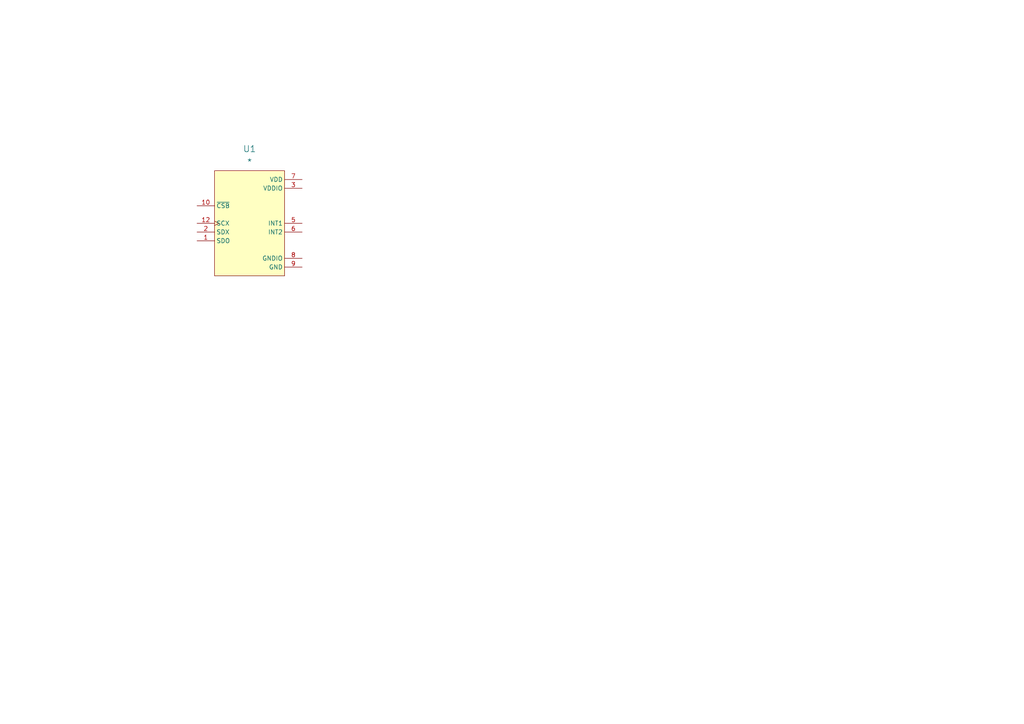
<source format=kicad_sch>
(kicad_sch
	(version 20250114)
	(generator "eeschema")
	(generator_version "9.0")
	(uuid "c5863b34-bd76-4c4f-847b-3620ebb081f7")
	(paper "A4")
	(lib_symbols
		(symbol "BMA400:BMA400"
			(exclude_from_sim no)
			(in_bom yes)
			(on_board yes)
			(property "Reference" "U"
				(at -1.27 1.27 0)
				(effects
					(font
						(size 1.8288 1.8288)
					)
				)
			)
			(property "Value" "*"
				(at -1.27 -3.81 0)
				(effects
					(font
						(size 1.8288 1.8288)
					)
					(justify left bottom)
				)
			)
			(property "Footprint" "BMA400:XDCR_BMA400"
				(at 0 0 0)
				(effects
					(font
						(size 1.27 1.27)
					)
					(hide yes)
				)
			)
			(property "Datasheet" ""
				(at 0 0 0)
				(effects
					(font
						(size 1.27 1.27)
					)
					(hide yes)
				)
			)
			(property "Description" "Accelerometer X, Y, Z Axis ±2g, 4g, 8g, 16g - 12-LGA (2x2)"
				(at 0 0 0)
				(effects
					(font
						(size 1.27 1.27)
					)
					(hide yes)
				)
			)
			(property "SnapEDA_Link" "https://www.snapeda.com/parts/BMA400/Bosch+Sensortec/view-part/?ref=snap"
				(at 0 0 0)
				(effects
					(font
						(size 1.8288 1.8288)
					)
					(justify left)
					(hide yes)
				)
			)
			(property "Package" "LGA-12 Bosch Tools"
				(at 0 0 0)
				(effects
					(font
						(size 1.8288 1.8288)
					)
					(justify left)
					(hide yes)
				)
			)
			(property "ALTIUM_VALUE" "*"
				(at 0 0 0)
				(effects
					(font
						(size 1.8288 1.8288)
					)
					(justify left)
					(hide yes)
				)
			)
			(property "MF" "Bosch Sensortec"
				(at 0 0 0)
				(effects
					(font
						(size 1.8288 1.8288)
					)
					(justify left)
					(hide yes)
				)
			)
			(property "MP" "BMA400"
				(at 0 0 0)
				(effects
					(font
						(size 1.8288 1.8288)
					)
					(justify left)
					(hide yes)
				)
			)
			(property "Check_prices" "https://www.snapeda.com/parts/BMA400/Bosch+Sensortec/view-part/?ref=eda"
				(at 0 0 0)
				(effects
					(font
						(size 1.8288 1.8288)
					)
					(justify left)
					(hide yes)
				)
			)
			(property "ki_fp_filters" "*XDCR_BMA400*"
				(at 0 0 0)
				(effects
					(font
						(size 1.27 1.27)
					)
					(hide yes)
				)
			)
			(symbol "BMA400_1_0"
				(rectangle
					(start 10.16 15.24)
					(end -10.16 -15.24)
					(stroke
						(width 0)
						(type solid)
						(color 128 0 0 1)
					)
					(fill
						(type background)
					)
				)
				(pin input line
					(at -15.24 5.08 0)
					(length 5.08)
					(name "~{CSB}"
						(effects
							(font
								(size 1.27 1.27)
							)
						)
					)
					(number "10"
						(effects
							(font
								(size 1.27 1.27)
							)
						)
					)
				)
				(pin input clock
					(at -15.24 0 0)
					(length 5.08)
					(name "SCX"
						(effects
							(font
								(size 1.27 1.27)
							)
						)
					)
					(number "12"
						(effects
							(font
								(size 1.27 1.27)
							)
						)
					)
				)
				(pin bidirectional line
					(at -15.24 -2.54 0)
					(length 5.08)
					(name "SDX"
						(effects
							(font
								(size 1.27 1.27)
							)
						)
					)
					(number "2"
						(effects
							(font
								(size 1.27 1.27)
							)
						)
					)
				)
				(pin bidirectional line
					(at -15.24 -5.08 0)
					(length 5.08)
					(name "SDO"
						(effects
							(font
								(size 1.27 1.27)
							)
						)
					)
					(number "1"
						(effects
							(font
								(size 1.27 1.27)
							)
						)
					)
				)
				(pin power_in line
					(at 15.24 12.7 180)
					(length 5.08)
					(name "VDD"
						(effects
							(font
								(size 1.27 1.27)
							)
						)
					)
					(number "7"
						(effects
							(font
								(size 1.27 1.27)
							)
						)
					)
				)
				(pin power_in line
					(at 15.24 10.16 180)
					(length 5.08)
					(name "VDDIO"
						(effects
							(font
								(size 1.27 1.27)
							)
						)
					)
					(number "3"
						(effects
							(font
								(size 1.27 1.27)
							)
						)
					)
				)
				(pin bidirectional line
					(at 15.24 0 180)
					(length 5.08)
					(name "INT1"
						(effects
							(font
								(size 1.27 1.27)
							)
						)
					)
					(number "5"
						(effects
							(font
								(size 1.27 1.27)
							)
						)
					)
				)
				(pin bidirectional line
					(at 15.24 -2.54 180)
					(length 5.08)
					(name "INT2"
						(effects
							(font
								(size 1.27 1.27)
							)
						)
					)
					(number "6"
						(effects
							(font
								(size 1.27 1.27)
							)
						)
					)
				)
				(pin power_in line
					(at 15.24 -10.16 180)
					(length 5.08)
					(name "GNDIO"
						(effects
							(font
								(size 1.27 1.27)
							)
						)
					)
					(number "8"
						(effects
							(font
								(size 1.27 1.27)
							)
						)
					)
				)
				(pin power_in line
					(at 15.24 -12.7 180)
					(length 5.08)
					(name "GND"
						(effects
							(font
								(size 1.27 1.27)
							)
						)
					)
					(number "9"
						(effects
							(font
								(size 1.27 1.27)
							)
						)
					)
				)
			)
			(embedded_fonts no)
		)
	)
	(symbol
		(lib_id "BMA400:BMA400")
		(at 72.39 64.77 0)
		(unit 1)
		(exclude_from_sim no)
		(in_bom yes)
		(on_board yes)
		(dnp no)
		(fields_autoplaced yes)
		(uuid "b6c7d6a5-a5ad-45d1-8515-6ecec1d13197")
		(property "Reference" "U1"
			(at 72.39 43.18 0)
			(effects
				(font
					(size 1.8288 1.8288)
				)
			)
		)
		(property "Value" "*"
			(at 72.39 46.99 0)
			(effects
				(font
					(size 1.8288 1.8288)
				)
			)
		)
		(property "Footprint" "BMA400:XDCR_BMA400"
			(at 72.39 64.77 0)
			(effects
				(font
					(size 1.27 1.27)
				)
				(hide yes)
			)
		)
		(property "Datasheet" ""
			(at 72.39 64.77 0)
			(effects
				(font
					(size 1.27 1.27)
				)
				(hide yes)
			)
		)
		(property "Description" "Accelerometer X, Y, Z Axis ±2g, 4g, 8g, 16g - 12-LGA (2x2)"
			(at 72.39 64.77 0)
			(effects
				(font
					(size 1.27 1.27)
				)
				(hide yes)
			)
		)
		(property "SnapEDA_Link" "https://www.snapeda.com/parts/BMA400/Bosch+Sensortec/view-part/?ref=snap"
			(at 72.39 64.77 0)
			(effects
				(font
					(size 1.8288 1.8288)
				)
				(justify left)
				(hide yes)
			)
		)
		(property "Package" "LGA-12 Bosch Tools"
			(at 72.39 64.77 0)
			(effects
				(font
					(size 1.8288 1.8288)
				)
				(justify left)
				(hide yes)
			)
		)
		(property "ALTIUM_VALUE" "*"
			(at 72.39 64.77 0)
			(effects
				(font
					(size 1.8288 1.8288)
				)
				(justify left)
				(hide yes)
			)
		)
		(property "MF" "Bosch Sensortec"
			(at 72.39 64.77 0)
			(effects
				(font
					(size 1.8288 1.8288)
				)
				(justify left)
				(hide yes)
			)
		)
		(property "MP" "BMA400"
			(at 72.39 64.77 0)
			(effects
				(font
					(size 1.8288 1.8288)
				)
				(justify left)
				(hide yes)
			)
		)
		(property "Check_prices" "https://www.snapeda.com/parts/BMA400/Bosch+Sensortec/view-part/?ref=eda"
			(at 72.39 64.77 0)
			(effects
				(font
					(size 1.8288 1.8288)
				)
				(justify left)
				(hide yes)
			)
		)
		(pin "7"
			(uuid "21693630-4da4-4efd-9061-b1432e470ed9")
		)
		(pin "3"
			(uuid "81e56d7f-0b4d-440c-9800-8c3e9f054bfe")
		)
		(pin "10"
			(uuid "de616805-b2d1-423c-aa17-d78bd3c61d08")
		)
		(pin "12"
			(uuid "f4d7c4c3-2156-4d67-ad33-eb4c518d3d15")
		)
		(pin "2"
			(uuid "b4525fa7-6442-4e83-aafd-c150e598fa12")
		)
		(pin "1"
			(uuid "e3b7e32b-150a-47a5-8e97-71c00aba273c")
		)
		(pin "5"
			(uuid "5a87f167-8b78-4881-8efc-ac8cb5e41e2b")
		)
		(pin "9"
			(uuid "ac7a9bad-b48f-49f8-a75f-89e5a78e2609")
		)
		(pin "6"
			(uuid "58739f6b-1ee5-4c60-9d62-d5c4bdeb204d")
		)
		(pin "8"
			(uuid "09124c31-e713-42ba-a673-760100fe21fc")
		)
		(instances
			(project ""
				(path "/28a1e4b0-497b-455a-8c80-759850e7b173/9de3a60e-6635-4d18-85fa-31055f93e53d"
					(reference "U1")
					(unit 1)
				)
			)
		)
	)
)

</source>
